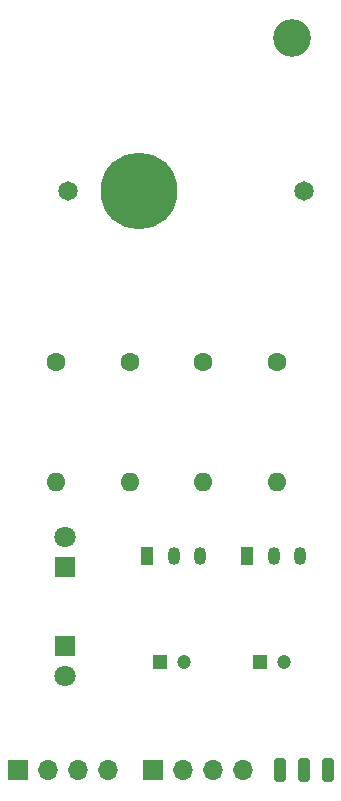
<source format=gbr>
%TF.GenerationSoftware,KiCad,Pcbnew,7.0.7*%
%TF.CreationDate,2024-04-14T11:19:25+09:00*%
%TF.ProjectId,PCB_AstMul,5043425f-4173-4744-9d75-6c2e6b696361,rev?*%
%TF.SameCoordinates,Original*%
%TF.FileFunction,Soldermask,Top*%
%TF.FilePolarity,Negative*%
%FSLAX46Y46*%
G04 Gerber Fmt 4.6, Leading zero omitted, Abs format (unit mm)*
G04 Created by KiCad (PCBNEW 7.0.7) date 2024-04-14 11:19:25*
%MOMM*%
%LPD*%
G01*
G04 APERTURE LIST*
G04 Aperture macros list*
%AMRoundRect*
0 Rectangle with rounded corners*
0 $1 Rounding radius*
0 $2 $3 $4 $5 $6 $7 $8 $9 X,Y pos of 4 corners*
0 Add a 4 corners polygon primitive as box body*
4,1,4,$2,$3,$4,$5,$6,$7,$8,$9,$2,$3,0*
0 Add four circle primitives for the rounded corners*
1,1,$1+$1,$2,$3*
1,1,$1+$1,$4,$5*
1,1,$1+$1,$6,$7*
1,1,$1+$1,$8,$9*
0 Add four rect primitives between the rounded corners*
20,1,$1+$1,$2,$3,$4,$5,0*
20,1,$1+$1,$4,$5,$6,$7,0*
20,1,$1+$1,$6,$7,$8,$9,0*
20,1,$1+$1,$8,$9,$2,$3,0*%
G04 Aperture macros list end*
%ADD10RoundRect,0.250000X0.250000X0.750000X-0.250000X0.750000X-0.250000X-0.750000X0.250000X-0.750000X0*%
%ADD11R,1.050000X1.500000*%
%ADD12O,1.050000X1.500000*%
%ADD13R,1.800000X1.800000*%
%ADD14C,1.800000*%
%ADD15C,1.600000*%
%ADD16O,1.600000X1.600000*%
%ADD17R,1.200000X1.200000*%
%ADD18C,1.200000*%
%ADD19C,6.500000*%
%ADD20C,1.650000*%
%ADD21C,3.200000*%
%ADD22R,1.700000X1.700000*%
%ADD23O,1.700000X1.700000*%
G04 APERTURE END LIST*
D10*
%TO.C,REF\u002A\u002A*%
X76500000Y-86500000D03*
%TD*%
D11*
%TO.C,Q2*%
X71691250Y-68360000D03*
D12*
X73961250Y-68360000D03*
X76191250Y-68360000D03*
%TD*%
D10*
%TO.C,REF\u002A\u002A*%
X74500000Y-86500000D03*
%TD*%
D13*
%TO.C,D1*%
X56231250Y-75955000D03*
D14*
X56231250Y-78495000D03*
%TD*%
D10*
%TO.C,REF\u002A\u002A*%
X78500000Y-86500000D03*
%TD*%
D15*
%TO.C,R1*%
X74231250Y-51920000D03*
D16*
X74231250Y-62080000D03*
%TD*%
D11*
%TO.C,Q1*%
X63231250Y-68360000D03*
D12*
X65501250Y-68360000D03*
X67731250Y-68360000D03*
%TD*%
D15*
%TO.C,R3*%
X61743750Y-51920000D03*
D16*
X61743750Y-62080000D03*
%TD*%
D17*
%TO.C,C2*%
X72778871Y-77360000D03*
D18*
X74778871Y-77360000D03*
%TD*%
D19*
%TO.C,U1*%
X62500000Y-37500000D03*
D20*
X56500000Y-37500000D03*
X76500000Y-37500000D03*
%TD*%
D13*
%TO.C,D2*%
X56231250Y-69275000D03*
D14*
X56231250Y-66735000D03*
%TD*%
D21*
%TO.C,REF\u002A\u002A*%
X75500000Y-24500000D03*
%TD*%
D17*
%TO.C,C1*%
X64318871Y-77360000D03*
D18*
X66318871Y-77360000D03*
%TD*%
D15*
%TO.C,R2*%
X67987500Y-51920000D03*
D16*
X67987500Y-62080000D03*
%TD*%
D22*
%TO.C,REF\u002A\u002A*%
X63700000Y-86475000D03*
D23*
X66240000Y-86475000D03*
X68780000Y-86475000D03*
X71320000Y-86475000D03*
%TD*%
D22*
%TO.C,REF\u002A\u002A*%
X52300000Y-86500000D03*
D23*
X54840000Y-86500000D03*
X57380000Y-86500000D03*
X59920000Y-86500000D03*
%TD*%
D15*
%TO.C,R4*%
X55500000Y-51920000D03*
D16*
X55500000Y-62080000D03*
%TD*%
M02*

</source>
